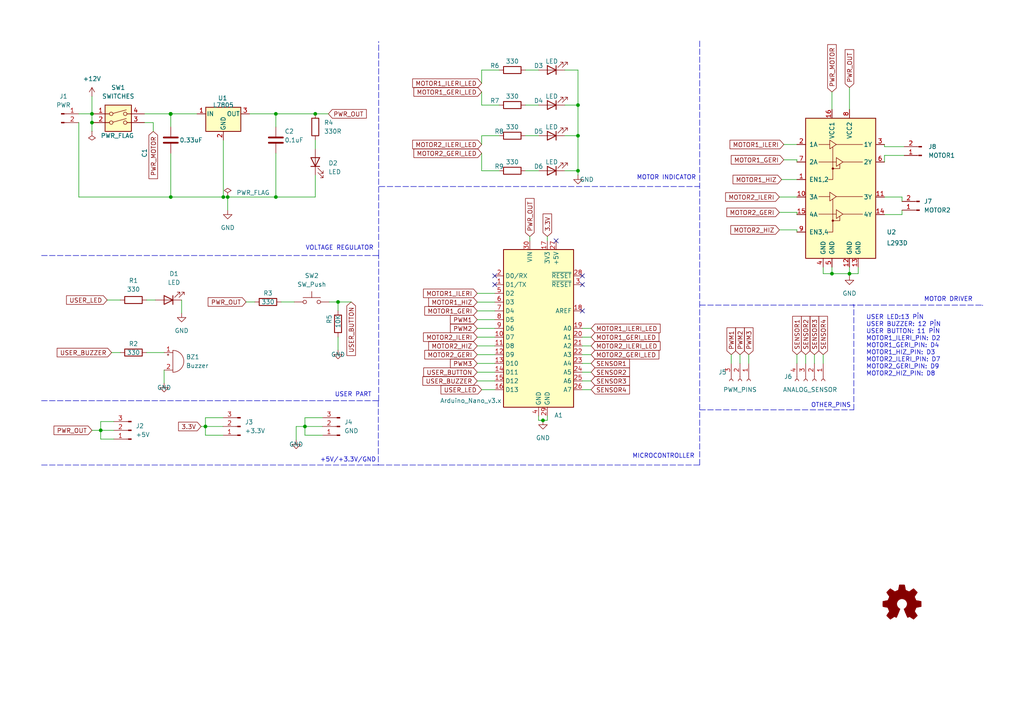
<source format=kicad_sch>
(kicad_sch (version 20211123) (generator eeschema)
  (paper "A4")
  (title_block (title "Robot Card") (date "2022-11-17") (rev "v1.0") (company "Aybuke Sokmen"))
  (lib_symbols
    (symbol "Connector:Conn_01x02_Male" (pin_names (offset 1.016) hide)
      (property "Reference" "J" (at 0 2.54 0))
      (property "Value" "Conn_01x02_Male" (at 0 -5.08 0))
      (symbol "Conn_01x02_Male_1_1"
        (polyline (pts (xy 1.27 -2.54) (xy 0.8636 -2.54)) (stroke (width 0.1524)))
        (polyline (pts (xy 1.27 0) (xy 0.8636 0)) (stroke (width 0.1524)))
        (rectangle (start 0.8636 -2.413) (end 0 -2.667) (stroke (width 0.1524)) (fill (type outline)))
        (rectangle (start 0.8636 0.127) (end 0 -0.127) (stroke (width 0.1524)) (fill (type outline)))
        (pin passive line (at 5.08 0 180) (length 3.81) (name "Pin_1") (number "1"))
        (pin passive line (at 5.08 -2.54 180) (length 3.81) (name "Pin_2") (number "2"))
      )
    )
    (symbol "Connector:Conn_01x03_Female" (pin_names (offset 1.016) hide)
      (property "Reference" "J" (at 0 5.08 0))
      (property "Value" "Conn_01x03_Female" (at 0 -5.08 0))
      (symbol "Conn_01x03_Female_1_1"
        (arc (start 0 -2.032) (mid -0.508 -2.54) (end 0 -3.048) (stroke (width 0.1524)))
        (polyline (pts (xy -1.27 -2.54) (xy -0.508 -2.54)) (stroke (width 0.1524)))
        (polyline (pts (xy -1.27 0) (xy -0.508 0)) (stroke (width 0.1524)))
        (polyline (pts (xy -1.27 2.54) (xy -0.508 2.54)) (stroke (width 0.1524)))
        (arc (start 0 0.508) (mid -0.508 0) (end 0 -0.508) (stroke (width 0.1524)))
        (arc (start 0 3.048) (mid -0.508 2.54) (end 0 2.032) (stroke (width 0.1524)))
        (pin passive line (at -5.08 2.54 0) (length 3.81) (name "Pin_1") (number "1"))
        (pin passive line (at -5.08 0 0) (length 3.81) (name "Pin_2") (number "2"))
        (pin passive line (at -5.08 -2.54 0) (length 3.81) (name "Pin_3") (number "3"))
      )
    )
    (symbol "Connector:Conn_01x03_Male" (pin_names (offset 1.016) hide)
      (property "Reference" "J" (at 0 5.08 0))
      (property "Value" "Conn_01x03_Male" (at 0 -5.08 0))
      (symbol "Conn_01x03_Male_1_1"
        (polyline (pts (xy 1.27 -2.54) (xy 0.8636 -2.54)) (stroke (width 0.1524)))
        (polyline (pts (xy 1.27 0) (xy 0.8636 0)) (stroke (width 0.1524)))
        (polyline (pts (xy 1.27 2.54) (xy 0.8636 2.54)) (stroke (width 0.1524)))
        (rectangle (start 0.8636 -2.413) (end 0 -2.667) (stroke (width 0.1524)) (fill (type outline)))
        (rectangle (start 0.8636 0.127) (end 0 -0.127) (stroke (width 0.1524)) (fill (type outline)))
        (rectangle (start 0.8636 2.667) (end 0 2.413) (stroke (width 0.1524)) (fill (type outline)))
        (pin passive line (at 5.08 2.54 180) (length 3.81) (name "Pin_1") (number "1"))
        (pin passive line (at 5.08 0 180) (length 3.81) (name "Pin_2") (number "2"))
        (pin passive line (at 5.08 -2.54 180) (length 3.81) (name "Pin_3") (number "3"))
      )
    )
    (symbol "Connector:Conn_01x04_Female" (pin_names (offset 1.016) hide)
      (property "Reference" "J" (at 0 5.08 0))
      (property "Value" "Conn_01x04_Female" (at 0 -7.62 0))
      (symbol "Conn_01x04_Female_1_1"
        (arc (start 0 -4.572) (mid -0.508 -5.08) (end 0 -5.588) (stroke (width 0.1524)))
        (arc (start 0 -2.032) (mid -0.508 -2.54) (end 0 -3.048) (stroke (width 0.1524)))
        (polyline (pts (xy -1.27 -5.08) (xy -0.508 -5.08)) (stroke (width 0.1524)))
        (polyline (pts (xy -1.27 -2.54) (xy -0.508 -2.54)) (stroke (width 0.1524)))
        (polyline (pts (xy -1.27 0) (xy -0.508 0)) (stroke (width 0.1524)))
        (polyline (pts (xy -1.27 2.54) (xy -0.508 2.54)) (stroke (width 0.1524)))
        (arc (start 0 0.508) (mid -0.508 0) (end 0 -0.508) (stroke (width 0.1524)))
        (arc (start 0 3.048) (mid -0.508 2.54) (end 0 2.032) (stroke (width 0.1524)))
        (pin passive line (at -5.08 2.54 0) (length 3.81) (name "Pin_1") (number "1"))
        (pin passive line (at -5.08 0 0) (length 3.81) (name "Pin_2") (number "2"))
        (pin passive line (at -5.08 -2.54 0) (length 3.81) (name "Pin_3") (number "3"))
        (pin passive line (at -5.08 -5.08 0) (length 3.81) (name "Pin_4") (number "4"))
      )
    )
    (symbol "Device:Buzzer" (pin_names (offset 0.0254) hide)
      (property "Reference" "BZ" (at 3.81 1.27 0))
      (property "Value" "Buzzer" (at 3.81 -1.27 0))
      (symbol "Buzzer_0_1"
        (arc (start 0 -3.175) (mid 3.175 0) (end 0 3.175))
        (polyline (pts (xy -1.651 1.905) (xy -1.143 1.905)))
        (polyline (pts (xy -1.397 2.159) (xy -1.397 1.651)))
        (polyline (pts (xy 0 3.175) (xy 0 -3.175)))
      )
      (symbol "Buzzer_1_1"
        (pin passive line (at -2.54 2.54 0) (length 2.54) (name "-") (number "1"))
        (pin passive line (at -2.54 -2.54 0) (length 2.54) (name "+") (number "2"))
      )
    )
    (symbol "Device:C" (pin_numbers hide) (pin_names (offset 0.254))
      (property "Reference" "C" (at 0.635 2.54 0))
      (property "Value" "C" (at 0.635 -2.54 0))
      (symbol "C_0_1"
        (polyline (pts (xy -2.032 -0.762) (xy 2.032 -0.762)) (stroke (width 0.508)))
        (polyline (pts (xy -2.032 0.762) (xy 2.032 0.762)) (stroke (width 0.508)))
      )
      (symbol "C_1_1"
        (pin passive line (at 0 3.81 270) (length 2.794) (name "~") (number "1"))
        (pin passive line (at 0 -3.81 90) (length 2.794) (name "~") (number "2"))
      )
    )
    (symbol "Device:LED" (pin_numbers hide) (pin_names (offset 1.016) hide)
      (property "Reference" "D" (at 0 2.54 0))
      (property "Value" "LED" (at 0 -2.54 0))
      (symbol "LED_0_1"
        (polyline (pts (xy -1.27 -1.27) (xy -1.27 1.27)) (stroke (width 0.254)))
        (polyline (pts (xy -1.27 0) (xy 1.27 0)))
        (polyline (pts (xy 1.27 -1.27) (xy 1.27 1.27) (xy -1.27 0) (xy 1.27 -1.27)) (stroke (width 0.254)))
        (polyline (pts (xy -3.048 -0.762) (xy -4.572 -2.286) (xy -3.81 -2.286) (xy -4.572 -2.286) (xy -4.572 -1.524)))
        (polyline (pts (xy -1.778 -0.762) (xy -3.302 -2.286) (xy -2.54 -2.286) (xy -3.302 -2.286) (xy -3.302 -1.524)))
      )
      (symbol "LED_1_1"
        (pin passive line (at -3.81 0 0) (length 2.54) (name "K") (number "1"))
        (pin passive line (at 3.81 0 180) (length 2.54) (name "A") (number "2"))
      )
    )
    (symbol "Device:R" (pin_numbers hide) (pin_names (offset 0))
      (property "Reference" "R" (at 2.032 0 90))
      (property "Value" "R" (at 0 0 90))
      (symbol "R_0_1"
        (rectangle (start -1.016 -2.54) (end 1.016 2.54) (stroke (width 0.254)))
      )
      (symbol "R_1_1"
        (pin passive line (at 0 3.81 270) (length 1.27) (name "~") (number "1"))
        (pin passive line (at 0 -3.81 90) (length 1.27) (name "~") (number "2"))
      )
    )
    (symbol "Driver_Motor:L293D" (pin_names (offset 1.016))
      (property "Reference" "U" (at -5.08 26.035 0))
      (property "Value" "L293D" (at -5.08 24.13 0))
      (symbol "L293D_0_1"
        (rectangle (start -10.16 22.86) (end 10.16 -17.78) (stroke (width 0.254)) (fill (type background)))
        (circle (center -2.286 -6.858) (radius 0.254) (fill (type outline)))
        (circle (center -2.286 8.255) (radius 0.254) (fill (type outline)))
        (polyline (pts (xy -6.35 -4.953) (xy -1.27 -4.953)))
        (polyline (pts (xy -6.35 0.127) (xy -3.175 0.127)))
        (polyline (pts (xy -6.35 10.16) (xy -1.27 10.16)))
        (polyline (pts (xy -6.35 15.24) (xy -3.175 15.24)))
        (polyline (pts (xy -1.27 0.127) (xy 6.35 0.127)))
        (polyline (pts (xy -1.27 15.24) (xy 6.35 15.24)))
        (polyline (pts (xy 0.635 -4.953) (xy 6.35 -4.953)))
        (polyline (pts (xy 0.635 10.16) (xy 6.35 10.16)))
        (polyline (pts (xy -2.286 -6.858) (xy -0.254 -6.858) (xy -0.254 -5.588)))
        (polyline (pts (xy -2.286 -0.635) (xy -2.286 -10.16) (xy -3.556 -10.16)))
        (polyline (pts (xy -2.286 8.255) (xy -0.254 8.255) (xy -0.254 9.525)))
        (polyline (pts (xy -2.286 14.478) (xy -2.286 5.08) (xy -3.556 5.08)))
        (polyline (pts (xy -3.175 1.397) (xy -3.175 -1.143) (xy -1.27 0.127) (xy -3.175 1.397)))
        (polyline (pts (xy -3.175 16.51) (xy -3.175 13.97) (xy -1.27 15.24) (xy -3.175 16.51)))
        (polyline (pts (xy -1.27 -3.683) (xy -1.27 -6.223) (xy 0.635 -4.953) (xy -1.27 -3.683)))
        (polyline (pts (xy -1.27 11.43) (xy -1.27 8.89) (xy 0.635 10.16) (xy -1.27 11.43)))
      )
      (symbol "L293D_1_1"
        (pin input line (at -12.7 5.08 0) (length 2.54) (name "EN1,2") (number "1"))
        (pin input line (at -12.7 0 0) (length 2.54) (name "3A") (number "10"))
        (pin output line (at 12.7 0 180) (length 2.54) (name "3Y") (number "11"))
        (pin power_in line (at 2.54 -20.32 90) (length 2.54) (name "GND") (number "12"))
        (pin power_in line (at 5.08 -20.32 90) (length 2.54) (name "GND") (number "13"))
        (pin output line (at 12.7 -5.08 180) (length 2.54) (name "4Y") (number "14"))
        (pin input line (at -12.7 -5.08 0) (length 2.54) (name "4A") (number "15"))
        (pin power_in line (at -2.54 25.4 270) (length 2.54) (name "VCC1") (number "16"))
        (pin input line (at -12.7 15.24 0) (length 2.54) (name "1A") (number "2"))
        (pin output line (at 12.7 15.24 180) (length 2.54) (name "1Y") (number "3"))
        (pin power_in line (at -5.08 -20.32 90) (length 2.54) (name "GND") (number "4"))
        (pin power_in line (at -2.54 -20.32 90) (length 2.54) (name "GND") (number "5"))
        (pin output line (at 12.7 10.16 180) (length 2.54) (name "2Y") (number "6"))
        (pin input line (at -12.7 10.16 0) (length 2.54) (name "2A") (number "7"))
        (pin power_in line (at 2.54 25.4 270) (length 2.54) (name "VCC2") (number "8"))
        (pin input line (at -12.7 -10.16 0) (length 2.54) (name "EN3,4") (number "9"))
      )
    )
    (symbol "Graphic:Logo_Open_Hardware_Small" (pin_names (offset 1.016))
      (symbol "Logo_Open_Hardware_Small_0_1"
        (polyline (pts (xy 3.3528 -4.3434) (xy 3.302 -4.318) (xy 3.175 -4.2418) (xy 2.9972 -4.1148) (xy 2.7686 -3.9624) (xy 2.54 -3.81) (xy 2.3622 -3.7084) (xy 2.2352 -3.6068) (xy 2.1844 -3.5814) (xy 2.159 -3.6068) (xy 2.0574 -3.6576) (xy 1.905 -3.7338) (xy 1.8034 -3.7846) (xy 1.6764 -3.8354) (xy 1.6002 -3.8354) (xy 1.6002 -3.8354) (xy 1.5494 -3.7338) (xy 1.4732 -3.5306) (xy 1.3462 -3.302) (xy 1.2446 -3.0226) (xy 1.1176 -2.7178) (xy 0.9652 -2.413) (xy 0.8636 -2.1082) (xy 0.7366 -1.8288) (xy 0.6604 -1.6256) (xy 0.6096 -1.4732) (xy 0.5842 -1.397) (xy 0.5842 -1.397) (xy 0.6604 -1.3208) (xy 0.7874 -1.2446) (xy 1.0414 -1.016) (xy 1.2954 -0.6858) (xy 1.4478 -0.3302) (xy 1.524 0.0762) (xy 1.4732 0.4572) (xy 1.3208 0.8128) (xy 1.0668 1.143) (xy 0.762 1.3716) (xy 0.4064 1.524) (xy 0 1.5748) (xy -0.381 1.5494) (xy -0.7366 1.397) (xy -1.0668 1.143) (xy -1.2192 0.9906) (xy -1.397 0.6604) (xy -1.524 0.3048) (xy -1.524 0.2286) (xy -1.4986 -0.1778) (xy -1.397 -0.5334) (xy -1.1938 -0.8636) (xy -0.9144 -1.143) (xy -0.8636 -1.1684) (xy -0.7366 -1.27) (xy -0.635 -1.3462) (xy -0.5842 -1.397) (xy -1.0668 -2.5908) (xy -1.143 -2.794) (xy -1.2954 -3.1242) (xy -1.397 -3.4036) (xy -1.4986 -3.6322) (xy -1.5748 -3.7846) (xy -1.6002 -3.8354) (xy -1.6002 -3.8354) (xy -1.651 -3.8354) (xy -1.7272 -3.81) (xy -1.905 -3.7338) (xy -2.0066 -3.683) (xy -2.1336 -3.6068) (xy -2.2098 -3.5814) (xy -2.2606 -3.6068) (xy -2.3622 -3.683) (xy -2.54 -3.81) (xy -2.7686 -3.9624) (xy -2.9718 -4.0894) (xy -3.1496 -4.2164) (xy -3.302 -4.318) (xy -3.3528 -4.3434) (xy -3.3782 -4.3434) (xy -3.429 -4.318) (xy -3.5306 -4.2164) (xy -3.7084 -4.064) (xy -3.937 -3.8354) (xy -3.9624 -3.81) (xy -4.1656 -3.6068) (xy -4.318 -3.4544) (xy -4.4196 -3.3274) (xy -4.445 -3.2766) (xy -4.445 -3.2766) (xy -4.4196 -3.2258) (xy -4.318 -3.0734) (xy -4.2164 -2.8956) (xy -4.064 -2.667) (xy -3.6576 -2.0828) (xy -3.8862 -1.5494) (xy -3.937 -1.3716) (xy -4.0386 -1.1684) (xy -4.0894 -1.0414) (xy -4.1148 -0.9652) (xy -4.191 -0.9398) (xy -4.318 -0.9144) (xy -4.5466 -0.8636) (xy -4.8006 -0.8128) (xy -5.0546 -0.7874) (xy -5.2578 -0.7366) (xy -5.4356 -0.7112) (xy -5.5118 -0.6858) (xy -5.5118 -0.6858) (xy -5.5372 -0.635) (xy -5.5372 -0.5588) (xy -5.5372 -0.4318) (xy -5.5626 -0.2286) (xy -5.5626 0.0762) (xy -5.5626 0.127) (xy -5.5372 0.4064) (xy -5.5372 0.635) (xy -5.5372 0.762) (xy -5.5372 0.8382) (xy -5.5372 0.8382) (xy -5.461 0.8382) (xy -5.3086 0.889) (xy -5.08 0.9144) (xy -4.826 0.9652) (xy -4.8006 0.9906) (xy -4.5466 1.0414) (xy -4.318 1.0668) (xy -4.1656 1.1176) (xy -4.0894 1.143) (xy -4.0894 1.143) (xy -4.0386 1.2446) (xy -3.9624 1.4224) (xy -3.8608 1.6256) (xy -3.7846 1.8288) (xy -3.7084 2.0066) (xy -3.6576 2.159) (xy -3.6322 2.2098) (xy -3.6322 2.2098) (xy -3.683 2.286) (xy -3.7592 2.413) (xy -3.8862 2.5908) (xy -4.064 2.8194) (xy -4.064 2.8448) (xy -4.2164 3.0734) (xy -4.3434 3.2512) (xy -4.4196 3.3782) (xy -4.445 3.4544) (xy -4.445 3.4544) (xy -4.3942 3.5052) (xy -4.2926 3.6322) (xy -4.1148 3.81) (xy -3.937 4.0132) (xy -3.8608 4.064) (xy -3.6576 4.2926) (xy -3.5052 4.4196) (xy -3.4036 4.4958) (xy -3.3528 4.5212) (xy -3.3528 4.5212) (xy -3.302 4.4704) (xy -3.1496 4.3688) (xy -2.9718 4.2418) (xy -2.7432 4.0894) (xy -2.7178 4.0894) (xy -2.4892 3.937) (xy -2.3114 3.81) (xy -2.1844 3.7084) (xy -2.1336 3.683) (xy -2.1082 3.683) (xy -2.032 3.7084) (xy -1.8542 3.7592) (xy -1.6764 3.8354) (xy -1.4732 3.937) (xy -1.27 4.0132) (xy -1.143 4.064) (xy -1.0668 4.1148) (xy -1.0668 4.1148) (xy -1.0414 4.191) (xy -1.016 4.3434) (xy -0.9652 4.572) (xy -0.9144 4.8514) (xy -0.889 4.9022) (xy -0.8382 5.1562) (xy -0.8128 5.3848) (xy -0.7874 5.5372) (xy -0.762 5.588) (xy -0.7112 5.6134) (xy -0.5842 5.6134) (xy -0.4064 5.6134) (xy -0.1524 5.6134) (xy 0.0762 5.6134) (xy 0.3302 5.6134) (xy 0.5334 5.6134) (xy 0.6858 5.588) (xy 0.7366 5.588) (xy 0.7366 5.588) (xy 0.762 5.5118) (xy 0.8128 5.334) (xy 0.8382 5.1054) (xy 0.9144 4.826) (xy 0.9144 4.7752) (xy 0.9652 4.5212) (xy 1.016 4.2926) (xy 1.0414 4.1402) (xy 1.0668 4.0894) (xy 1.0668 4.0894) (xy 1.1938 4.0386) (xy 1.3716 3.9624) (xy 1.5748 3.8608) (xy 2.0828 3.6576) (xy 2.7178 4.0894) (xy 2.7686 4.1402) (xy 2.9972 4.2926) (xy 3.175 4.4196) (xy 3.302 4.4958) (xy 3.3782 4.5212) (xy 3.3782 4.5212) (xy 3.429 4.4704) (xy 3.556 4.3434) (xy 3.7338 4.191) (xy 3.9116 3.9878) (xy 4.064 3.8354) (xy 4.2418 3.6576) (xy 4.3434 3.556) (xy 4.4196 3.4798) (xy 4.4196 3.429) (xy 4.4196 3.4036) (xy 4.3942 3.3274) (xy 4.2926 3.2004) (xy 4.1656 2.9972) (xy 4.0132 2.794) (xy 3.8862 2.5908) (xy 3.7592 2.3876) (xy 3.6576 2.2352) (xy 3.6322 2.159) (xy 3.6322 2.1336) (xy 3.683 2.0066) (xy 3.7592 1.8288) (xy 3.8608 1.6002) (xy 4.064 1.1176) (xy 4.3942 1.0414) (xy 4.5974 1.016) (xy 4.8768 0.9652) (xy 5.1308 0.9144) (xy 5.5372 0.8382) (xy 5.5626 -0.6604) (xy 5.4864 -0.6858) (xy 5.4356 -0.6858) (xy 5.2832 -0.7366) (xy 5.0546 -0.762) (xy 4.8006 -0.8128) (xy 4.5974 -0.8636) (xy 4.3688 -0.9144) (xy 4.2164 -0.9398) (xy 4.1402 -0.9398) (xy 4.1148 -0.9652) (xy 4.064 -1.0668) (xy 3.9878 -1.2446) (xy 3.9116 -1.4478) (xy 3.81 -1.651) (xy 3.7338 -1.8542) (xy 3.683 -2.0066) (xy 3.6576 -2.0828) (xy 3.683 -2.1336) (xy 3.7846 -2.2606) (xy 3.8862 -2.4638) (xy 4.0386 -2.667) (xy 4.191 -2.8956) (xy 4.318 -3.0734) (xy 4.3942 -3.2004) (xy 4.445 -3.2766) (xy 4.4196 -3.3274) (xy 4.3434 -3.429) (xy 4.1656 -3.5814) (xy 3.937 -3.8354) (xy 3.8862 -3.8608) (xy 3.683 -4.064) (xy 3.5306 -4.2164) (xy 3.4036 -4.318) (xy 3.3528 -4.3434)) (fill (type outline)))
      )
    )
    (symbol "MCU_Module:Arduino_Nano_v3.x"
      (property "Reference" "A" (at -10.16 23.495 0))
      (property "Value" "Arduino_Nano_v3.x" (at 5.08 -24.13 0))
      (symbol "Arduino_Nano_v3.x_0_1"
        (rectangle (start -10.16 22.86) (end 10.16 -22.86) (stroke (width 0.254)) (fill (type background)))
      )
      (symbol "Arduino_Nano_v3.x_1_1"
        (pin bidirectional line (at -12.7 12.7 0) (length 2.54) (name "D1/TX") (number "1"))
        (pin bidirectional line (at -12.7 -2.54 0) (length 2.54) (name "D7") (number "10"))
        (pin bidirectional line (at -12.7 -5.08 0) (length 2.54) (name "D8") (number "11"))
        (pin bidirectional line (at -12.7 -7.62 0) (length 2.54) (name "D9") (number "12"))
        (pin bidirectional line (at -12.7 -10.16 0) (length 2.54) (name "D10") (number "13"))
        (pin bidirectional line (at -12.7 -12.7 0) (length 2.54) (name "D11") (number "14"))
        (pin bidirectional line (at -12.7 -15.24 0) (length 2.54) (name "D12") (number "15"))
        (pin bidirectional line (at -12.7 -17.78 0) (length 2.54) (name "D13") (number "16"))
        (pin power_out line (at 2.54 25.4 270) (length 2.54) (name "3V3") (number "17"))
        (pin input line (at 12.7 5.08 180) (length 2.54) (name "AREF") (number "18"))
        (pin bidirectional line (at 12.7 0 180) (length 2.54) (name "A0") (number "19"))
        (pin bidirectional line (at -12.7 15.24 0) (length 2.54) (name "D0/RX") (number "2"))
        (pin bidirectional line (at 12.7 -2.54 180) (length 2.54) (name "A1") (number "20"))
        (pin bidirectional line (at 12.7 -5.08 180) (length 2.54) (name "A2") (number "21"))
        (pin bidirectional line (at 12.7 -7.62 180) (length 2.54) (name "A3") (number "22"))
        (pin bidirectional line (at 12.7 -10.16 180) (length 2.54) (name "A4") (number "23"))
        (pin bidirectional line (at 12.7 -12.7 180) (length 2.54) (name "A5") (number "24"))
        (pin bidirectional line (at 12.7 -15.24 180) (length 2.54) (name "A6") (number "25"))
        (pin bidirectional line (at 12.7 -17.78 180) (length 2.54) (name "A7") (number "26"))
        (pin power_out line (at 5.08 25.4 270) (length 2.54) (name "+5V") (number "27"))
        (pin input line (at 12.7 15.24 180) (length 2.54) (name "~{RESET}") (number "28"))
        (pin power_in line (at 2.54 -25.4 90) (length 2.54) (name "GND") (number "29"))
        (pin input line (at 12.7 12.7 180) (length 2.54) (name "~{RESET}") (number "3"))
        (pin power_in line (at -2.54 25.4 270) (length 2.54) (name "VIN") (number "30"))
        (pin power_in line (at 0 -25.4 90) (length 2.54) (name "GND") (number "4"))
        (pin bidirectional line (at -12.7 10.16 0) (length 2.54) (name "D2") (number "5"))
        (pin bidirectional line (at -12.7 7.62 0) (length 2.54) (name "D3") (number "6"))
        (pin bidirectional line (at -12.7 5.08 0) (length 2.54) (name "D4") (number "7"))
        (pin bidirectional line (at -12.7 2.54 0) (length 2.54) (name "D5") (number "8"))
        (pin bidirectional line (at -12.7 0 0) (length 2.54) (name "D6") (number "9"))
      )
    )
    (symbol "Regulator_Linear:L7805" (pin_names (offset 0.254))
      (property "Reference" "U" (at -3.81 3.175 0))
      (property "Value" "L7805" (at 0 3.175 0))
      (symbol "L7805_0_1"
        (rectangle (start -5.08 1.905) (end 5.08 -5.08) (stroke (width 0.254)) (fill (type background)))
      )
      (symbol "L7805_1_1"
        (pin power_in line (at -7.62 0 0) (length 2.54) (name "IN") (number "1"))
        (pin power_in line (at 0 -7.62 90) (length 2.54) (name "GND") (number "2"))
        (pin power_out line (at 7.62 0 180) (length 2.54) (name "OUT") (number "3"))
      )
    )
    (symbol "Switch:SW_DIP_x02" (pin_names (offset 0) hide)
      (property "Reference" "SW" (at 0 6.35 0))
      (property "Value" "SW_DIP_x02" (at 0 -3.81 0))
      (symbol "SW_DIP_x02_0_0"
        (circle (center -2.032 0) (radius 0.508))
        (circle (center -2.032 2.54) (radius 0.508))
        (polyline (pts (xy -1.524 0.127) (xy 2.3622 1.1684)))
        (polyline (pts (xy -1.524 2.667) (xy 2.3622 3.7084)))
        (circle (center 2.032 0) (radius 0.508))
        (circle (center 2.032 2.54) (radius 0.508))
      )
      (symbol "SW_DIP_x02_0_1"
        (rectangle (start -3.81 5.08) (end 3.81 -2.54) (stroke (width 0.254)) (fill (type background)))
      )
      (symbol "SW_DIP_x02_1_1"
        (pin passive line (at -7.62 2.54 0) (length 5.08) (name "~") (number "1"))
        (pin passive line (at -7.62 0 0) (length 5.08) (name "~") (number "2"))
        (pin passive line (at 7.62 0 180) (length 5.08) (name "~") (number "3"))
        (pin passive line (at 7.62 2.54 180) (length 5.08) (name "~") (number "4"))
      )
    )
    (symbol "Switch:SW_Push" (pin_numbers hide) (pin_names (offset 1.016) hide)
      (property "Reference" "SW" (at 1.27 2.54 0))
      (property "Value" "SW_Push" (at 0 -1.524 0))
      (symbol "SW_Push_0_1"
        (circle (center -2.032 0) (radius 0.508))
        (polyline (pts (xy 0 1.27) (xy 0 3.048)))
        (polyline (pts (xy 2.54 1.27) (xy -2.54 1.27)))
        (circle (center 2.032 0) (radius 0.508))
        (pin passive line (at -5.08 0 0) (length 2.54) (name "1") (number "1"))
        (pin passive line (at 5.08 0 180) (length 2.54) (name "2") (number "2"))
      )
    )
    (symbol "power:+12V" (power) (pin_names (offset 0))
      (property "Value" "+12V" (at 0 3.556 0))
      (symbol "+12V_0_1"
        (polyline (pts (xy -0.762 1.27) (xy 0 2.54)))
        (polyline (pts (xy 0 0) (xy 0 2.54)))
        (polyline (pts (xy 0 2.54) (xy 0.762 1.27)))
      )
      (symbol "+12V_1_1"
        (pin power_in line (at 0 0 90) (length 0) hide (name "+12V") (number "1"))
      )
    )
    (symbol "power:GND" (power) (pin_names (offset 0))
      (property "Value" "GND" (at 0 -3.81 0))
      (symbol "GND_0_1"
        (polyline (pts (xy 0 0) (xy 0 -1.27) (xy 1.27 -1.27) (xy 0 -2.54) (xy -1.27 -1.27) (xy 0 -1.27)))
      )
      (symbol "GND_1_1"
        (pin power_in line (at 0 0 270) (length 0) hide (name "GND") (number "1"))
      )
    )
    (symbol "power:PWR_FLAG" (power) (pin_numbers hide) (pin_names (offset 0) hide)
      (property "Value" "PWR_FLAG" (at 0 3.81 0))
      (symbol "PWR_FLAG_0_0"
        (pin power_out line (at 0 0 90) (length 0) (name "pwr") (number "1"))
      )
      (symbol "PWR_FLAG_0_1"
        (polyline (pts (xy 0 0) (xy 0 1.27) (xy -1.016 1.905) (xy 0 2.54) (xy 1.016 1.905) (xy 0 1.27)))
      )
    )
  )
  (junction (at 241.3 79.375))
  (junction (at 167.64 49.53))
  (junction (at 246.38 79.375))
  (junction (at 26.67 33.02))
  (junction (at 29.21 124.8156))
  (junction (at 59.5884 123.698))
  (junction (at 157.48 121.92))
  (junction (at 49.53 33.02))
  (junction (at 80.01 57.15))
  (junction (at 98.044 87.5792))
  (junction (at 64.77 57.15))
  (junction (at 80.01 33.02))
  (junction (at 49.4792 33.0708))
  (junction (at 167.64 30.48))
  (junction (at 49.4792 33.02))
  (junction (at 66.04 57.15))
  (junction (at 91.44 33.02))
  (junction (at 26.67 35.56))
  (junction (at 88.4428 123.698))
  (junction (at 49.53 57.15))
  (junction (at 167.64 39.37))
  (no_connect (at 161.29 69.85))
  (no_connect (at 168.91 80.01))
  (no_connect (at 143.51 82.55))
  (no_connect (at 143.51 80.01))
  (no_connect (at 168.91 82.55))
  (no_connect (at 168.91 90.17))
  (wire (pts (xy 138.43 105.41) (xy 143.51 105.41)))
  (wire (pts (xy 88.4428 126.238) (xy 93.5228 126.238)))
  (wire (pts (xy 88.4428 121.158) (xy 88.4428 123.698)))
  (wire (pts (xy 156.21 121.92) (xy 157.48 121.92)))
  (wire (pts (xy 168.91 105.41) (xy 171.45 105.41)))
  (polyline (pts (xy 109.728 134.874) (xy 202.946 134.874)))
  (wire (pts (xy 261.62 57.15) (xy 256.54 57.15)))
  (wire (pts (xy 29.21 122.2756) (xy 29.21 124.8156)))
  (wire (pts (xy 139.7 41.91) (xy 139.7 39.37)))
  (wire (pts (xy 59.5884 126.238) (xy 64.6684 126.238)))
  (wire (pts (xy 233.68 102.87) (xy 233.68 105.41)))
  (wire (pts (xy 256.54 42.545) (xy 256.54 41.91)))
  (wire (pts (xy 41.91 35.56) (xy 44.45 35.56)))
  (wire (pts (xy 152.4 49.53) (xy 156.21 49.53)))
  (wire (pts (xy 226.695 52.07) (xy 231.14 52.07)))
  (wire (pts (xy 85.9028 123.698) (xy 85.9028 127.6096)))
  (wire (pts (xy 59.5884 123.698) (xy 59.5884 126.238)))
  (wire (pts (xy 98.044 87.5792) (xy 101.854 87.5792)))
  (wire (pts (xy 49.53 44.45) (xy 49.53 57.15)))
  (polyline (pts (xy 109.982 54.102) (xy 202.946 54.102)))
  (wire (pts (xy 44.45 35.56) (xy 44.45 38.1)))
  (wire (pts (xy 261.62 60.96) (xy 261.62 62.23)))
  (wire (pts (xy 72.39 33.02) (xy 80.01 33.02)))
  (wire (pts (xy 80.01 57.15) (xy 91.44 57.15)))
  (wire (pts (xy 226.06 57.15) (xy 231.14 57.15)))
  (wire (pts (xy 152.4 39.37) (xy 156.21 39.37)))
  (wire (pts (xy 138.43 95.25) (xy 143.51 95.25)))
  (wire (pts (xy 49.53 33.02) (xy 57.15 33.02)))
  (wire (pts (xy 139.7 44.45) (xy 139.7 49.53)))
  (wire (pts (xy 66.04 57.15) (xy 80.01 57.15)))
  (wire (pts (xy 231.14 102.87) (xy 231.14 105.41)))
  (wire (pts (xy 138.43 102.87) (xy 143.51 102.87)))
  (wire (pts (xy 163.83 30.48) (xy 167.64 30.48)))
  (wire (pts (xy 49.4792 33.02) (xy 49.4792 33.0708)))
  (wire (pts (xy 138.43 97.79) (xy 143.51 97.79)))
  (polyline (pts (xy 109.8296 74.1172) (xy 109.8296 11.9888)))
  (wire (pts (xy 93.5228 121.158) (xy 88.4428 121.158)))
  (wire (pts (xy 138.43 90.17) (xy 143.51 90.17)))
  (wire (pts (xy 262.255 42.545) (xy 256.54 42.545)))
  (polyline (pts (xy 202.946 134.874) (xy 202.946 88.392)))
  (wire (pts (xy 241.3 26.67) (xy 241.3 31.75)))
  (wire (pts (xy 246.38 25.4) (xy 246.38 31.75)))
  (wire (pts (xy 29.21 127.3556) (xy 33.02 127.3556)))
  (wire (pts (xy 59.5884 123.698) (xy 64.6684 123.698)))
  (wire (pts (xy 139.7 49.53) (xy 144.78 49.53)))
  (wire (pts (xy 167.64 49.53) (xy 163.83 49.53)))
  (wire (pts (xy 168.91 100.33) (xy 171.45 100.33)))
  (wire (pts (xy 152.4 30.48) (xy 156.21 30.48)))
  (wire (pts (xy 64.77 40.64) (xy 64.77 57.15)))
  (wire (pts (xy 248.92 79.375) (xy 246.38 79.375)))
  (wire (pts (xy 64.6684 121.158) (xy 59.5884 121.158)))
  (wire (pts (xy 26.67 27.94) (xy 26.67 33.02)))
  (wire (pts (xy 262.255 45.085) (xy 256.54 45.085)))
  (wire (pts (xy 212.09 102.87) (xy 212.09 105.41)))
  (wire (pts (xy 217.17 102.87) (xy 217.17 105.41)))
  (wire (pts (xy 163.83 39.37) (xy 167.64 39.37)))
  (wire (pts (xy 158.75 121.92) (xy 157.48 121.92)))
  (wire (pts (xy 26.67 35.56) (xy 26.67 38.1)))
  (wire (pts (xy 26.67 124.8156) (xy 29.21 124.8156)))
  (wire (pts (xy 168.91 97.79) (xy 171.45 97.79)))
  (wire (pts (xy 226.06 66.675) (xy 231.14 66.675)))
  (wire (pts (xy 227.33 46.355) (xy 231.14 46.355)))
  (wire (pts (xy 88.4428 123.698) (xy 88.4428 126.238)))
  (wire (pts (xy 168.91 95.25) (xy 171.45 95.25)))
  (wire (pts (xy 238.76 77.47) (xy 238.76 79.375)))
  (wire (pts (xy 231.14 61.595) (xy 231.14 62.23)))
  (wire (pts (xy 91.44 57.15) (xy 91.44 50.8)))
  (wire (pts (xy 236.22 102.87) (xy 236.22 105.41)))
  (polyline (pts (xy 12.0396 134.874) (xy 109.8296 134.874)))
  (polyline (pts (xy 12.0396 116.2304) (xy 109.8296 116.2304)))
  (wire (pts (xy 47.5996 107.3404) (xy 47.5996 111.1504)))
  (wire (pts (xy 41.91 33.02) (xy 49.4792 33.02)))
  (polyline (pts (xy 109.728 116.332) (xy 109.728 134.874)))
  (wire (pts (xy 158.75 68.58) (xy 158.75 69.85)))
  (wire (pts (xy 22.86 33.02) (xy 26.67 33.02)))
  (wire (pts (xy 98.044 87.5792) (xy 98.044 90.1192)))
  (wire (pts (xy 91.44 33.02) (xy 95.25 33.02)))
  (wire (pts (xy 42.5196 102.2604) (xy 47.5996 102.2604)))
  (wire (pts (xy 139.7 26.67) (xy 139.7 30.48)))
  (wire (pts (xy 139.7 20.32) (xy 144.78 20.32)))
  (wire (pts (xy 71.374 87.5792) (xy 73.914 87.5792)))
  (wire (pts (xy 261.62 58.42) (xy 261.62 57.15)))
  (polyline (pts (xy 247.65 118.872) (xy 247.65 88.392)))
  (wire (pts (xy 231.14 66.675) (xy 231.14 67.31)))
  (wire (pts (xy 256.54 45.085) (xy 256.54 46.99)))
  (wire (pts (xy 168.91 107.95) (xy 171.45 107.95)))
  (wire (pts (xy 138.43 107.95) (xy 143.51 107.95)))
  (wire (pts (xy 22.86 35.56) (xy 22.86 57.15)))
  (polyline (pts (xy 202.946 118.872) (xy 247.65 118.872)))
  (wire (pts (xy 167.64 49.53) (xy 167.64 50.8)))
  (polyline (pts (xy 202.946 88.4936) (xy 284.988 88.4936)))
  (wire (pts (xy 248.92 77.47) (xy 248.92 79.375)))
  (wire (pts (xy 139.7 113.03) (xy 143.51 113.03)))
  (wire (pts (xy 238.76 102.87) (xy 238.76 105.41)))
  (polyline (pts (xy 284.988 88.4936) (xy 284.988 88.5952)))
  (wire (pts (xy 29.21 124.8156) (xy 33.02 124.8156)))
  (wire (pts (xy 91.44 40.64) (xy 91.44 43.18)))
  (wire (pts (xy 33.02 122.2756) (xy 29.21 122.2756)))
  (wire (pts (xy 241.3 77.47) (xy 241.3 79.375)))
  (wire (pts (xy 29.21 124.8156) (xy 29.21 127.3556)))
  (wire (pts (xy 91.44 33.02) (xy 80.01 33.02)))
  (wire (pts (xy 139.7 39.37) (xy 144.78 39.37)))
  (wire (pts (xy 138.43 85.09) (xy 143.51 85.09)))
  (wire (pts (xy 246.38 77.47) (xy 246.38 79.375)))
  (wire (pts (xy 167.64 20.32) (xy 167.64 30.48)))
  (wire (pts (xy 153.67 68.58) (xy 153.67 69.85)))
  (wire (pts (xy 167.64 39.37) (xy 167.64 49.53)))
  (wire (pts (xy 95.504 87.5792) (xy 98.044 87.5792)))
  (wire (pts (xy 58.3184 123.698) (xy 59.5884 123.698)))
  (wire (pts (xy 156.21 120.65) (xy 156.21 121.92)))
  (wire (pts (xy 227.33 41.91) (xy 231.14 41.91)))
  (wire (pts (xy 139.7 30.48) (xy 144.78 30.48)))
  (wire (pts (xy 31.0896 87.0204) (xy 34.8996 87.0204)))
  (wire (pts (xy 66.04 57.15) (xy 66.04 60.96)))
  (wire (pts (xy 42.5196 87.0204) (xy 45.0596 87.0204)))
  (wire (pts (xy 88.4428 123.698) (xy 93.5228 123.698)))
  (wire (pts (xy 238.76 79.375) (xy 241.3 79.375)))
  (polyline (pts (xy 12.0396 74.1172) (xy 109.8296 74.1172)))
  (wire (pts (xy 32.3596 102.2604) (xy 34.8996 102.2604)))
  (wire (pts (xy 168.91 113.03) (xy 171.45 113.03)))
  (wire (pts (xy 81.534 87.5792) (xy 85.344 87.5792)))
  (wire (pts (xy 49.53 36.83) (xy 49.53 33.02)))
  (wire (pts (xy 138.43 100.33) (xy 143.51 100.33)))
  (wire (pts (xy 59.5884 121.158) (xy 59.5884 123.698)))
  (polyline (pts (xy 109.8296 74.2188) (xy 109.8296 74.0156)))
  (wire (pts (xy 246.38 79.375) (xy 246.38 80.01)))
  (wire (pts (xy 49.4792 33.02) (xy 49.53 33.02)))
  (wire (pts (xy 139.7 24.13) (xy 139.7 20.32)))
  (wire (pts (xy 49.53 57.15) (xy 64.77 57.15)))
  (wire (pts (xy 22.86 57.15) (xy 49.53 57.15)))
  (wire (pts (xy 226.06 61.595) (xy 231.14 61.595)))
  (wire (pts (xy 168.91 102.87) (xy 171.45 102.87)))
  (polyline (pts (xy 109.8296 116.2304) (xy 109.8296 74.168)))
  (wire (pts (xy 231.14 46.355) (xy 231.14 46.99)))
  (polyline (pts (xy 247.396 88.392) (xy 247.65 88.392)))
  (wire (pts (xy 80.01 36.83) (xy 80.01 33.02)))
  (wire (pts (xy 163.83 20.32) (xy 167.64 20.32)))
  (wire (pts (xy 98.044 97.7392) (xy 98.044 101.5492)))
  (polyline (pts (xy 202.946 11.8872) (xy 202.946 88.4936)))
  (wire (pts (xy 152.4 20.32) (xy 156.21 20.32)))
  (wire (pts (xy 167.64 30.48) (xy 167.64 39.37)))
  (wire (pts (xy 85.9028 123.698) (xy 88.4428 123.698)))
  (wire (pts (xy 214.63 102.87) (xy 214.63 105.41)))
  (wire (pts (xy 138.43 87.63) (xy 143.51 87.63)))
  (wire (pts (xy 52.6796 87.0204) (xy 52.6796 90.8304)))
  (wire (pts (xy 241.3 79.375) (xy 246.38 79.375)))
  (wire (pts (xy 138.43 92.71) (xy 143.51 92.71)))
  (polyline (pts (xy 284.988 88.5952) (xy 284.9372 88.5952)))
  (wire (pts (xy 138.43 110.49) (xy 143.51 110.49)))
  (wire (pts (xy 26.67 33.02) (xy 26.67 35.56)))
  (wire (pts (xy 261.62 62.23) (xy 256.54 62.23)))
  (wire (pts (xy 64.77 57.15) (xy 66.04 57.15)))
  (wire (pts (xy 158.75 120.65) (xy 158.75 121.92)))
  (wire (pts (xy 168.91 110.49) (xy 171.45 110.49)))
  (wire (pts (xy 80.01 44.45) (xy 80.01 57.15)))
  (text "MOTOR DRIVER" (at 267.97 87.63 0) (effects (font (size 1.27 1.27)) (justify left bottom)))
  (text "MOTOR INDICATOR\n" (at 184.658 52.324 0) (effects (font (size 1.27 1.27)) (justify left bottom)))
  (text "USER LED:13 PİN\nUSER BUZZER: 12 PİN\nUSER BUTTON: 11 PİN\nMOTOR1_ILERI_PIN: D2\nMOTOR1_GERI_PIN: D4\nMOTOR1_HIZ_PIN: D3\nMOTOR2_ILERI_PIN: D7\nMOTOR2_GERI_PIN: D9\nMOTOR2_HIZ_PIN: D8" (at 251.206 109.22 0) (effects (font (size 1.27 1.27)) (justify left bottom)))
  (text "MICROCONTROLLER\n" (at 183.388 133.096 0) (effects (font (size 1.27 1.27)) (justify left bottom)))
  (text "OTHER_PINS" (at 235.204 118.364 0) (effects (font (size 1.27 1.27)) (justify left bottom)))
  (text "USER PART" (at 97.0788 115.2652 0) (effects (font (size 1.27 1.27)) (justify left bottom)))
  (text "+5V/+3.3V/GND\n" (at 92.8116 134.1628 0) (effects (font (size 1.27 1.27)) (justify left bottom)))
  (text "VOLTAGE REGULATOR\n" (at 88.5952 72.7456 0) (effects (font (size 1.27 1.27)) (justify left bottom)))
  (global_label "MOTOR2_ILERI_LED" (shape input) (at 139.7 41.91 180) (property "Intersheet References" "${INTERSHEET_REFS}" (effects hide)))
  (global_label "PWM2" (shape input) (at 138.43 95.25 180) (property "Intersheet References" "${INTERSHEET_REFS}" (effects hide)))
  (global_label "PWR_OUT" (shape input) (at 246.38 25.4 90) (property "Intersheet References" "${INTERSHEET_REFS}" (effects hide)))
  (global_label "MOTOR2_HIZ" (shape input) (at 138.43 100.33 180) (property "Intersheet References" "${INTERSHEET_REFS}" (effects hide)))
  (global_label "MOTOR1_GERI" (shape input) (at 227.33 46.355 180) (property "Intersheet References" "${INTERSHEET_REFS}" (effects hide)))
  (global_label "MOTOR2_ILERI_LED" (shape input) (at 171.45 100.33 0) (property "Intersheet References" "${INTERSHEET_REFS}" (effects hide)))
  (global_label "USER_BUZZER" (shape input) (at 138.43 110.49 180) (property "Intersheet References" "${INTERSHEET_REFS}" (effects hide)))
  (global_label "USER_BUZZER" (shape input) (at 32.3596 102.2604 180) (property "Intersheet References" "${INTERSHEET_REFS}" (effects hide)))
  (global_label "MOTOR2_ILERI" (shape input) (at 226.06 57.15 180) (property "Intersheet References" "${INTERSHEET_REFS}" (effects hide)))
  (global_label "MOTOR2_ILERI" (shape input) (at 138.43 97.79 180) (property "Intersheet References" "${INTERSHEET_REFS}" (effects hide)))
  (global_label "PWM1" (shape input) (at 212.09 102.87 90) (property "Intersheet References" "${INTERSHEET_REFS}" (effects hide)))
  (global_label "MOTOR2_GERI" (shape input) (at 138.43 102.87 180) (property "Intersheet References" "${INTERSHEET_REFS}" (effects hide)))
  (global_label "PWR_OUT" (shape input) (at 71.374 87.5792 180) (property "Intersheet References" "${INTERSHEET_REFS}" (effects hide)))
  (global_label "PWM1" (shape input) (at 138.43 92.71 180) (property "Intersheet References" "${INTERSHEET_REFS}" (effects hide)))
  (global_label "SENSOR4" (shape input) (at 238.76 102.87 90) (property "Intersheet References" "${INTERSHEET_REFS}" (effects hide)))
  (global_label "MOTOR2_GERI_LED" (shape input) (at 139.7 44.45 180) (property "Intersheet References" "${INTERSHEET_REFS}" (effects hide)))
  (global_label "MOTOR1_HIZ" (shape input) (at 138.43 87.63 180) (property "Intersheet References" "${INTERSHEET_REFS}" (effects hide)))
  (global_label "3.3V" (shape input) (at 58.3184 123.698 180) (property "Intersheet References" "${INTERSHEET_REFS}" (effects hide)))
  (global_label "PWR_MOTOR" (shape input) (at 44.45 38.1 270) (property "Intersheet References" "${INTERSHEET_REFS}" (effects hide)))
  (global_label "PWR_MOTOR" (shape input) (at 241.3 26.67 90) (property "Intersheet References" "${INTERSHEET_REFS}" (effects hide)))
  (global_label "MOTOR1_ILERI_LED" (shape input) (at 139.7 24.13 180) (property "Intersheet References" "${INTERSHEET_REFS}" (effects hide)))
  (global_label "SENSOR2" (shape input) (at 171.45 107.95 0) (property "Intersheet References" "${INTERSHEET_REFS}" (effects hide)))
  (global_label "USER_LED" (shape input) (at 31.0896 87.0204 180) (property "Intersheet References" "${INTERSHEET_REFS}" (effects hide)))
  (global_label "3.3V" (shape input) (at 158.75 68.58 90) (property "Intersheet References" "${INTERSHEET_REFS}" (effects hide)))
  (global_label "MOTOR2_GERI" (shape input) (at 226.06 61.595 180) (property "Intersheet References" "${INTERSHEET_REFS}" (effects hide)))
  (global_label "SENSOR4" (shape input) (at 171.45 113.03 0) (property "Intersheet References" "${INTERSHEET_REFS}" (effects hide)))
  (global_label "MOTOR1_GERI" (shape input) (at 138.43 90.17 180) (property "Intersheet References" "${INTERSHEET_REFS}" (effects hide)))
  (global_label "USER_BUTTON" (shape input) (at 138.43 107.95 180) (property "Intersheet References" "${INTERSHEET_REFS}" (effects hide)))
  (global_label "PWR_OUT" (shape input) (at 153.67 68.58 90) (property "Intersheet References" "${INTERSHEET_REFS}" (effects hide)))
  (global_label "MOTOR1_GERI_LED" (shape input) (at 139.7 26.67 180) (property "Intersheet References" "${INTERSHEET_REFS}" (effects hide)))
  (global_label "MOTOR1_GERI_LED" (shape input) (at 171.45 97.79 0) (property "Intersheet References" "${INTERSHEET_REFS}" (effects hide)))
  (global_label "SENSOR3" (shape input) (at 171.45 110.49 0) (property "Intersheet References" "${INTERSHEET_REFS}" (effects hide)))
  (global_label "PWM3" (shape input) (at 217.17 102.87 90) (property "Intersheet References" "${INTERSHEET_REFS}" (effects hide)))
  (global_label "SENSOR1" (shape input) (at 171.45 105.41 0) (property "Intersheet References" "${INTERSHEET_REFS}" (effects hide)))
  (global_label "MOTOR1_ILERI_LED" (shape input) (at 171.45 95.25 0) (property "Intersheet References" "${INTERSHEET_REFS}" (effects hide)))
  (global_label "SENSOR2" (shape input) (at 233.68 102.87 90) (property "Intersheet References" "${INTERSHEET_REFS}" (effects hide)))
  (global_label "MOTOR1_ILERI" (shape input) (at 227.33 41.91 180) (property "Intersheet References" "${INTERSHEET_REFS}" (effects hide)))
  (global_label "MOTOR2_GERI_LED" (shape input) (at 171.45 102.87 0) (property "Intersheet References" "${INTERSHEET_REFS}" (effects hide)))
  (global_label "MOTOR1_ILERI" (shape input) (at 138.43 85.09 180) (property "Intersheet References" "${INTERSHEET_REFS}" (effects hide)))
  (global_label "MOTOR1_HIZ" (shape input) (at 226.695 52.07 180) (property "Intersheet References" "${INTERSHEET_REFS}" (effects hide)))
  (global_label "USER_LED" (shape input) (at 139.7 113.03 180) (property "Intersheet References" "${INTERSHEET_REFS}" (effects hide)))
  (global_label "MOTOR2_HIZ" (shape input) (at 226.06 66.675 180) (property "Intersheet References" "${INTERSHEET_REFS}" (effects hide)))
  (global_label "SENSOR1" (shape input) (at 231.14 102.87 90) (property "Intersheet References" "${INTERSHEET_REFS}" (effects hide)))
  (global_label "USER_BUTTON" (shape input) (at 101.854 87.5792 270) (property "Intersheet References" "${INTERSHEET_REFS}" (effects hide)))
  (global_label "PWM3" (shape input) (at 138.43 105.41 180) (property "Intersheet References" "${INTERSHEET_REFS}" (effects hide)))
  (global_label "PWR_OUT" (shape input) (at 26.67 124.8156 180) (property "Intersheet References" "${INTERSHEET_REFS}" (effects hide)))
  (global_label "PWM2" (shape input) (at 214.63 102.87 90) (property "Intersheet References" "${INTERSHEET_REFS}" (effects hide)))
  (global_label "PWR_OUT" (shape input) (at 95.25 33.02 0) (property "Intersheet References" "${INTERSHEET_REFS}" (effects hide)))
  (global_label "SENSOR3" (shape input) (at 236.22 102.87 90) (property "Intersheet References" "${INTERSHEET_REFS}" (effects hide)))
  (symbol (lib_id "Connector:Conn_01x03_Male") (at 69.7484 123.698 180) (unit 1)
    (property "Reference" "J3" (at 71.0184 122.4279 0) (effects (justify right)))
    (property "Value" "+3.3V" (at 71.0184 124.9679 0) (effects (justify right)))
    (property "Footprint" "Connector_PinHeader_2.54mm:PinHeader_1x03_P2.54mm_Vertical" (effects hide))
  )
  (symbol (lib_id "power:PWR_FLAG") (at 66.04 57.15 0) (unit 1)
    (property "Reference" "#FLG0102" (effects hide))
    (property "Value" "PWR_FLAG" (at 68.58 55.8799 0) (effects (justify left)))
  )
  (symbol (lib_id "Device:R") (at 98.044 93.9292 180) (unit 1)
    (property "Reference" "R5" (at 95.504 93.9292 90) (effects (justify right)))
    (property "Value" "10K" (at 98.044 95.1992 90) (effects (justify right)))
    (property "Footprint" "Resistor_THT:R_Axial_DIN0204_L3.6mm_D1.6mm_P5.08mm_Horizontal" (effects hide))
  )
  (symbol (lib_id "Device:LED") (at 160.02 30.48 180) (unit 1)
    (property "Reference" "D4" (at 156.21 29.21 0))
    (property "Value" "LED" (at 160.02 27.94 0))
    (property "Footprint" "LED_THT:LED_D3.0mm" (effects hide))
  )
  (symbol (lib_id "Connector:Conn_01x02_Male") (at 266.7 60.96 180) (unit 1)
    (property "Reference" "J7" (at 267.97 58.4199 0) (effects (justify right)))
    (property "Value" "MOTOR2" (at 267.97 60.9599 0) (effects (justify right)))
    (property "Footprint" "Connector_Molex:Molex_KK-254_AE-6410-02A_1x02_P2.54mm_Vertical" (effects hide))
  )
  (symbol (lib_id "Device:R") (at 38.7096 87.0204 90) (unit 1)
    (property "Reference" "R1" (at 38.7096 81.3816 90))
    (property "Value" "330" (at 38.7096 83.9216 90))
    (property "Footprint" "Resistor_THT:R_Axial_DIN0204_L3.6mm_D1.6mm_P5.08mm_Horizontal" (effects hide))
  )
  (symbol (lib_id "power:GND") (at 85.9028 127.6096 0) (unit 1)
    (property "Reference" "#PWR07" (effects hide))
    (property "Value" "GND" (at 85.9028 128.8796 0))
  )
  (symbol (lib_id "Regulator_Linear:L7805") (at 64.77 33.02 0) (unit 1)
    (property "Reference" "U1" (at 64.5668 28.448 0))
    (property "Value" "L7805" (at 64.77 30.48 0))
    (property "Footprint" "Package_TO_SOT_THT:TO-220-3_Vertical" (effects hide))
    (property "Datasheet" "http://www.st.com/content/ccc/resource/technical/document/datasheet/41/4f/b3/b0/12/d4/47/88/CD00000444.pdf/files/CD00000444.pdf/jcr:content/translations/en.CD00000444.pdf" (effects hide))
  )
  (symbol (lib_id "power:PWR_FLAG") (at 26.67 38.1 180) (unit 1)
    (property "Reference" "#FLG0101" (effects hide))
    (property "Value" "PWR_FLAG" (at 29.21 39.3699 0) (effects (justify right)))
  )
  (symbol (lib_id "power:GND") (at 52.6796 90.8304 0) (unit 1)
    (property "Reference" "#PWR04" (effects hide))
    (property "Value" "GND" (at 52.6796 95.9104 0))
  )
  (symbol (lib_id "Device:LED") (at 91.44 46.99 90) (unit 1)
    (property "Reference" "D2" (at 95.25 47.3074 90) (effects (justify right)))
    (property "Value" "LED" (at 95.25 49.8474 90) (effects (justify right)))
    (property "Footprint" "LED_THT:LED_D3.0mm" (effects hide))
  )
  (symbol (lib_id "Device:LED") (at 48.8696 87.0204 180) (unit 1)
    (property "Reference" "D1" (at 50.4571 79.4004 0))
    (property "Value" "LED" (at 50.4571 81.9404 0))
    (property "Footprint" "LED_THT:LED_D3.0mm" (effects hide))
  )
  (symbol (lib_id "Device:R") (at 148.59 30.48 90) (unit 1)
    (property "Reference" "R7" (at 143.51 29.21 90))
    (property "Value" "330" (at 148.59 27.94 90))
    (property "Footprint" "Resistor_THT:R_Axial_DIN0204_L3.6mm_D1.6mm_P5.08mm_Horizontal" (effects hide))
  )
  (symbol (lib_id "Graphic:Logo_Open_Hardware_Small") (at 261.62 175.26 0) (unit 1)
    (property "Reference" "#LOGO1" (effects hide))
    (property "Value" "Logo_Open_Hardware_Small" (effects hide))
  )
  (symbol (lib_id "power:GND") (at 47.5996 111.1504 0) (unit 1)
    (property "Reference" "#PWR03" (effects hide))
    (property "Value" "GND" (at 47.5996 112.4204 0))
  )
  (symbol (lib_id "Driver_Motor:L293D") (at 243.84 57.15 0) (unit 1)
    (property "Reference" "U2" (at 257.175 67.31 0) (effects (justify left)))
    (property "Value" "L293D" (at 257.175 70.485 0) (effects (justify left)))
    (property "Footprint" "Package_DIP:DIP-16_W7.62mm" (effects hide))
    (property "Datasheet" "http://www.ti.com/lit/ds/symlink/l293.pdf" (effects hide))
  )
  (symbol (lib_id "Connector:Conn_01x03_Female") (at 214.63 110.49 270) (unit 1)
    (property "Reference" "J5" (at 209.55 107.95 90))
    (property "Value" "PWM_PINS" (at 214.63 113.03 90))
    (property "Footprint" "Connector_PinSocket_2.54mm:PinSocket_1x03_P2.54mm_Vertical" (effects hide))
  )
  (symbol (lib_id "Switch:SW_Push") (at 90.424 87.5792 0) (unit 1)
    (property "Reference" "SW2" (at 90.424 79.9592 0))
    (property "Value" "SW_Push" (at 90.424 82.4992 0))
    (property "Footprint" "Button_Switch_THT:SW_PUSH_6mm_H4.3mm" (effects hide))
  )
  (symbol (lib_id "Connector:Conn_01x03_Male") (at 38.1 124.8156 180) (unit 1)
    (property "Reference" "J2" (at 39.37 123.5455 0) (effects (justify right)))
    (property "Value" "+5V" (at 39.37 126.0855 0) (effects (justify right)))
    (property "Footprint" "Connector_PinHeader_2.54mm:PinHeader_1x03_P2.54mm_Vertical" (effects hide))
  )
  (symbol (lib_id "Device:C") (at 80.01 40.64 0) (unit 1)
    (property "Reference" "C2" (at 82.55 38.1 0) (effects (justify left)))
    (property "Value" "0.1uF" (at 82.55 40.64 0) (effects (justify left)))
    (property "Footprint" "Capacitor_THT:C_Disc_D3.0mm_W2.0mm_P2.50mm" (effects hide))
  )
  (symbol (lib_id "power:GND") (at 98.044 101.5492 0) (unit 1)
    (property "Reference" "#PWR08" (effects hide))
    (property "Value" "GND" (at 98.044 102.8192 0))
  )
  (symbol (lib_id "Device:LED") (at 160.02 39.37 180) (unit 1)
    (property "Reference" "D5" (at 156.21 38.1 0))
    (property "Value" "LED" (at 160.02 36.83 0))
    (property "Footprint" "LED_THT:LED_D3.0mm" (effects hide))
  )
  (symbol (lib_id "power:GND") (at 66.04 60.96 0) (unit 1)
    (property "Reference" "#PWR06" (effects hide))
    (property "Value" "GND" (at 66.04 66.04 0))
  )
  (symbol (lib_id "Device:R") (at 91.44 36.83 0) (unit 1)
    (property "Reference" "R4" (at 93.98 35.5599 0) (effects (justify left)))
    (property "Value" "330R" (at 93.98 38.0999 0) (effects (justify left)))
    (property "Footprint" "Resistor_THT:R_Axial_DIN0204_L3.6mm_D1.6mm_P5.08mm_Horizontal" (effects hide))
  )
  (symbol (lib_id "Device:R") (at 148.59 49.53 90) (unit 1)
    (property "Reference" "R9" (at 144.78 48.26 90))
    (property "Value" "330" (at 148.59 46.99 90))
    (property "Footprint" "Resistor_THT:R_Axial_DIN0204_L3.6mm_D1.6mm_P5.08mm_Horizontal" (effects hide))
  )
  (symbol (lib_id "power:+12V") (at 26.67 27.94 0) (unit 1)
    (property "Reference" "#PWR01" (effects hide))
    (property "Value" "+12V" (at 26.67 22.86 0))
  )
  (symbol (lib_id "power:GND") (at 157.48 121.92 0) (unit 1)
    (property "Reference" "#PWR09" (effects hide))
    (property "Value" "GND" (at 157.48 127 0))
  )
  (symbol (lib_id "power:GND") (at 246.38 80.01 0) (unit 1)
    (property "Reference" "#PWR011" (effects hide))
    (property "Value" "GND" (at 246.38 85.09 0))
  )
  (symbol (lib_id "Device:LED") (at 160.02 49.53 180) (unit 1)
    (property "Reference" "D6" (at 156.21 48.26 0))
    (property "Value" "LED" (at 160.02 46.99 0))
    (property "Footprint" "LED_THT:LED_D3.0mm" (effects hide))
  )
  (symbol (lib_id "Device:R") (at 148.59 20.32 90) (unit 1)
    (property "Reference" "R6" (at 143.51 19.05 90))
    (property "Value" "330" (at 148.59 17.78 90))
    (property "Footprint" "Resistor_THT:R_Axial_DIN0204_L3.6mm_D1.6mm_P5.08mm_Horizontal" (effects hide))
  )
  (symbol (lib_id "Device:R") (at 148.59 39.37 90) (unit 1)
    (property "Reference" "R8" (at 144.78 38.1 90))
    (property "Value" "330" (at 148.59 36.83 90))
    (property "Footprint" "Resistor_THT:R_Axial_DIN0204_L3.6mm_D1.6mm_P5.08mm_Horizontal" (effects hide))
  )
  (symbol (lib_id "Connector:Conn_01x02_Male") (at 17.78 33.02 0) (unit 1)
    (property "Reference" "J1" (at 18.415 27.94 0))
    (property "Value" "PWR" (at 18.415 30.48 0))
    (property "Footprint" "Connector_Molex:Molex_KK-254_AE-6410-02A_1x02_P2.54mm_Vertical" (effects hide))
  )
  (symbol (lib_id "Connector:Conn_01x02_Male") (at 267.335 45.085 180) (unit 1)
    (property "Reference" "J8" (at 269.24 42.5449 0) (effects (justify right)))
    (property "Value" "MOTOR1" (at 269.24 45.0849 0) (effects (justify right)))
    (property "Footprint" "Connector_Molex:Molex_KK-254_AE-6410-02A_1x02_P2.54mm_Vertical" (effects hide))
  )
  (symbol (lib_id "Device:LED") (at 160.02 20.32 180) (unit 1)
    (property "Reference" "D3" (at 156.21 19.05 0))
    (property "Value" "LED" (at 160.02 17.78 0))
    (property "Footprint" "LED_THT:LED_D3.0mm" (effects hide))
  )
  (symbol (lib_id "Device:Buzzer") (at 50.1396 104.8004 0) (unit 1)
    (property "Reference" "BZ1" (at 53.9496 103.5303 0) (effects (justify left)))
    (property "Value" "Buzzer" (at 53.9496 106.0703 0) (effects (justify left)))
    (property "Footprint" "Buzzer_Beeper:Buzzer_12x9.5RM7.6" (effects hide))
  )
  (symbol (lib_id "Connector:Conn_01x03_Male") (at 98.6028 123.698 180) (unit 1)
    (property "Reference" "J4" (at 99.8728 122.4279 0) (effects (justify right)))
    (property "Value" "GND" (at 99.8728 124.9679 0) (effects (justify right)))
    (property "Footprint" "Connector_PinHeader_2.54mm:PinHeader_1x03_P2.54mm_Vertical" (effects hide))
  )
  (symbol (lib_id "Device:R") (at 77.724 87.5792 270) (unit 1)
    (property "Reference" "R3" (at 77.724 85.0392 90))
    (property "Value" "330" (at 77.724 87.5792 90))
    (property "Footprint" "Resistor_THT:R_Axial_DIN0204_L3.6mm_D1.6mm_P5.08mm_Horizontal" (effects hide))
  )
  (symbol (lib_id "Device:R") (at 38.7096 102.2604 90) (unit 1)
    (property "Reference" "R2" (at 38.7096 99.7204 90))
    (property "Value" "330" (at 38.7096 102.2604 90))
    (property "Footprint" "Resistor_THT:R_Axial_DIN0204_L3.6mm_D1.6mm_P5.08mm_Horizontal" (effects hide))
  )
  (symbol (lib_id "MCU_Module:Arduino_Nano_v3.x") (at 156.21 95.25 0) (unit 1)
    (property "Reference" "A1" (at 160.7694 120.4468 0) (effects (justify left)))
    (property "Value" "Arduino_Nano_v3.x" (at 127.635 116.205 0) (effects (justify left)))
    (property "Footprint" "Module:Arduino_Nano" (effects hide))
    (property "Datasheet" "http://www.mouser.com/pdfdocs/Gravitech_Arduino_Nano3_0.pdf" (effects hide))
  )
  (symbol (lib_id "Switch:SW_DIP_x02") (at 34.29 35.56 0) (unit 1)
    (property "Reference" "SW1" (at 34.29 25.4 0))
    (property "Value" "SWITCHES" (at 34.29 27.94 0))
    (property "Footprint" "Button_Switch_THT:SW_DIP_SPSTx02_Slide_6.7x6.64mm_W7.62mm_P2.54mm_LowProfile" (effects hide))
  )
  (symbol (lib_id "Connector:Conn_01x04_Female") (at 236.22 110.49 270) (unit 1)
    (property "Reference" "J6" (at 228.6 109.22 90))
    (property "Value" "ANALOG_SENSOR" (at 234.95 113.03 90))
    (property "Footprint" "Connector_PinSocket_2.54mm:PinSocket_1x04_P2.54mm_Vertical" (effects hide))
  )
  (symbol (lib_id "power:GND") (at 167.64 50.8 0) (unit 1)
    (property "Reference" "#PWR010" (effects hide))
    (property "Value" "GND" (at 170.18 52.07 0))
  )
  (symbol (lib_id "Device:C") (at 49.53 40.64 0) (unit 1)
    (property "Reference" "C1" (at 41.9101 45.72 90) (effects (justify left)))
    (property "Value" "0.33uF" (at 52.07 40.6399 0) (effects (justify left)))
    (property "Footprint" "Capacitor_THT:C_Disc_D3.0mm_W2.0mm_P2.50mm" (effects hide))
  )
)
</source>
